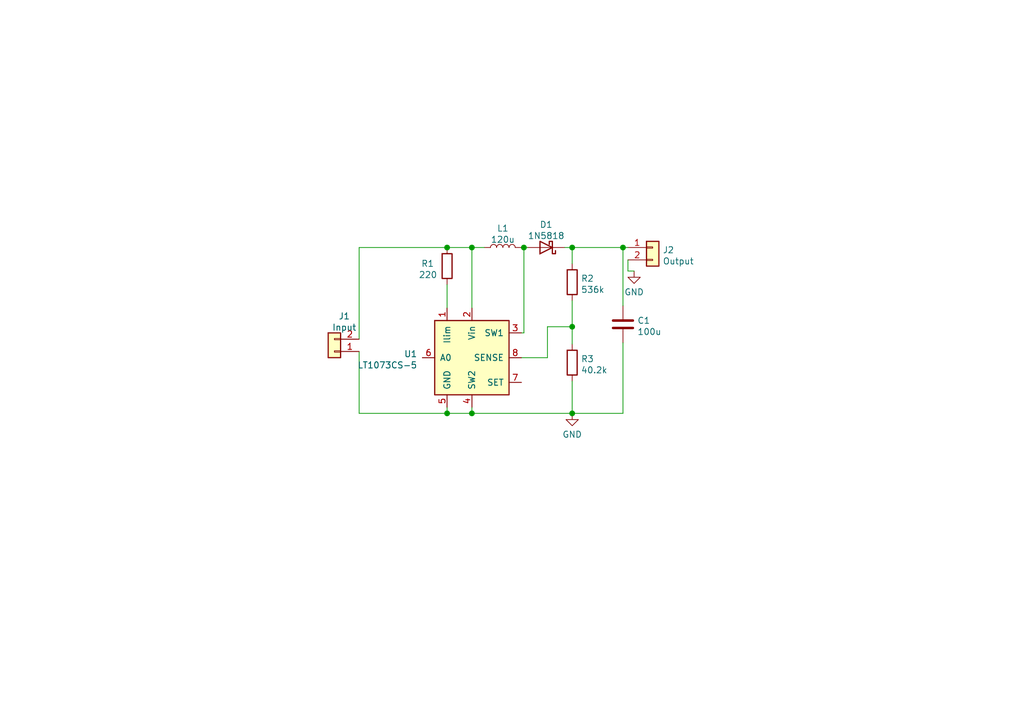
<source format=kicad_sch>
(kicad_sch (version 20211123) (generator eeschema)

  (uuid ea037bcb-3e15-4562-b762-a06246c917a7)

  (paper "A5")

  (lib_symbols
    (symbol "Connector_Generic:Conn_01x02" (pin_names (offset 1.016) hide) (in_bom yes) (on_board yes)
      (property "Reference" "J" (id 0) (at 0 2.54 0)
        (effects (font (size 1.27 1.27)))
      )
      (property "Value" "Conn_01x02" (id 1) (at 0 -5.08 0)
        (effects (font (size 1.27 1.27)))
      )
      (property "Footprint" "" (id 2) (at 0 0 0)
        (effects (font (size 1.27 1.27)) hide)
      )
      (property "Datasheet" "~" (id 3) (at 0 0 0)
        (effects (font (size 1.27 1.27)) hide)
      )
      (property "ki_keywords" "connector" (id 4) (at 0 0 0)
        (effects (font (size 1.27 1.27)) hide)
      )
      (property "ki_description" "Generic connector, single row, 01x02, script generated (kicad-library-utils/schlib/autogen/connector/)" (id 5) (at 0 0 0)
        (effects (font (size 1.27 1.27)) hide)
      )
      (property "ki_fp_filters" "Connector*:*_1x??_*" (id 6) (at 0 0 0)
        (effects (font (size 1.27 1.27)) hide)
      )
      (symbol "Conn_01x02_1_1"
        (rectangle (start -1.27 -2.413) (end 0 -2.667)
          (stroke (width 0.1524) (type default) (color 0 0 0 0))
          (fill (type none))
        )
        (rectangle (start -1.27 0.127) (end 0 -0.127)
          (stroke (width 0.1524) (type default) (color 0 0 0 0))
          (fill (type none))
        )
        (rectangle (start -1.27 1.27) (end 1.27 -3.81)
          (stroke (width 0.254) (type default) (color 0 0 0 0))
          (fill (type background))
        )
        (pin passive line (at -5.08 0 0) (length 3.81)
          (name "Pin_1" (effects (font (size 1.27 1.27))))
          (number "1" (effects (font (size 1.27 1.27))))
        )
        (pin passive line (at -5.08 -2.54 0) (length 3.81)
          (name "Pin_2" (effects (font (size 1.27 1.27))))
          (number "2" (effects (font (size 1.27 1.27))))
        )
      )
    )
    (symbol "Device:C" (pin_numbers hide) (pin_names (offset 0.254)) (in_bom yes) (on_board yes)
      (property "Reference" "C" (id 0) (at 0.635 2.54 0)
        (effects (font (size 1.27 1.27)) (justify left))
      )
      (property "Value" "C" (id 1) (at 0.635 -2.54 0)
        (effects (font (size 1.27 1.27)) (justify left))
      )
      (property "Footprint" "" (id 2) (at 0.9652 -3.81 0)
        (effects (font (size 1.27 1.27)) hide)
      )
      (property "Datasheet" "~" (id 3) (at 0 0 0)
        (effects (font (size 1.27 1.27)) hide)
      )
      (property "ki_keywords" "cap capacitor" (id 4) (at 0 0 0)
        (effects (font (size 1.27 1.27)) hide)
      )
      (property "ki_description" "Unpolarized capacitor" (id 5) (at 0 0 0)
        (effects (font (size 1.27 1.27)) hide)
      )
      (property "ki_fp_filters" "C_*" (id 6) (at 0 0 0)
        (effects (font (size 1.27 1.27)) hide)
      )
      (symbol "C_0_1"
        (polyline
          (pts
            (xy -2.032 -0.762)
            (xy 2.032 -0.762)
          )
          (stroke (width 0.508) (type default) (color 0 0 0 0))
          (fill (type none))
        )
        (polyline
          (pts
            (xy -2.032 0.762)
            (xy 2.032 0.762)
          )
          (stroke (width 0.508) (type default) (color 0 0 0 0))
          (fill (type none))
        )
      )
      (symbol "C_1_1"
        (pin passive line (at 0 3.81 270) (length 2.794)
          (name "~" (effects (font (size 1.27 1.27))))
          (number "1" (effects (font (size 1.27 1.27))))
        )
        (pin passive line (at 0 -3.81 90) (length 2.794)
          (name "~" (effects (font (size 1.27 1.27))))
          (number "2" (effects (font (size 1.27 1.27))))
        )
      )
    )
    (symbol "Device:L" (pin_numbers hide) (pin_names (offset 1.016) hide) (in_bom yes) (on_board yes)
      (property "Reference" "L" (id 0) (at -1.27 0 90)
        (effects (font (size 1.27 1.27)))
      )
      (property "Value" "L" (id 1) (at 1.905 0 90)
        (effects (font (size 1.27 1.27)))
      )
      (property "Footprint" "" (id 2) (at 0 0 0)
        (effects (font (size 1.27 1.27)) hide)
      )
      (property "Datasheet" "~" (id 3) (at 0 0 0)
        (effects (font (size 1.27 1.27)) hide)
      )
      (property "ki_keywords" "inductor choke coil reactor magnetic" (id 4) (at 0 0 0)
        (effects (font (size 1.27 1.27)) hide)
      )
      (property "ki_description" "Inductor" (id 5) (at 0 0 0)
        (effects (font (size 1.27 1.27)) hide)
      )
      (property "ki_fp_filters" "Choke_* *Coil* Inductor_* L_*" (id 6) (at 0 0 0)
        (effects (font (size 1.27 1.27)) hide)
      )
      (symbol "L_0_1"
        (arc (start 0 -2.54) (mid 0.635 -1.905) (end 0 -1.27)
          (stroke (width 0) (type default) (color 0 0 0 0))
          (fill (type none))
        )
        (arc (start 0 -1.27) (mid 0.635 -0.635) (end 0 0)
          (stroke (width 0) (type default) (color 0 0 0 0))
          (fill (type none))
        )
        (arc (start 0 0) (mid 0.635 0.635) (end 0 1.27)
          (stroke (width 0) (type default) (color 0 0 0 0))
          (fill (type none))
        )
        (arc (start 0 1.27) (mid 0.635 1.905) (end 0 2.54)
          (stroke (width 0) (type default) (color 0 0 0 0))
          (fill (type none))
        )
      )
      (symbol "L_1_1"
        (pin passive line (at 0 3.81 270) (length 1.27)
          (name "1" (effects (font (size 1.27 1.27))))
          (number "1" (effects (font (size 1.27 1.27))))
        )
        (pin passive line (at 0 -3.81 90) (length 1.27)
          (name "2" (effects (font (size 1.27 1.27))))
          (number "2" (effects (font (size 1.27 1.27))))
        )
      )
    )
    (symbol "Device:R" (pin_numbers hide) (pin_names (offset 0)) (in_bom yes) (on_board yes)
      (property "Reference" "R" (id 0) (at 2.032 0 90)
        (effects (font (size 1.27 1.27)))
      )
      (property "Value" "R" (id 1) (at 0 0 90)
        (effects (font (size 1.27 1.27)))
      )
      (property "Footprint" "" (id 2) (at -1.778 0 90)
        (effects (font (size 1.27 1.27)) hide)
      )
      (property "Datasheet" "~" (id 3) (at 0 0 0)
        (effects (font (size 1.27 1.27)) hide)
      )
      (property "ki_keywords" "R res resistor" (id 4) (at 0 0 0)
        (effects (font (size 1.27 1.27)) hide)
      )
      (property "ki_description" "Resistor" (id 5) (at 0 0 0)
        (effects (font (size 1.27 1.27)) hide)
      )
      (property "ki_fp_filters" "R_*" (id 6) (at 0 0 0)
        (effects (font (size 1.27 1.27)) hide)
      )
      (symbol "R_0_1"
        (rectangle (start -1.016 -2.54) (end 1.016 2.54)
          (stroke (width 0.254) (type default) (color 0 0 0 0))
          (fill (type none))
        )
      )
      (symbol "R_1_1"
        (pin passive line (at 0 3.81 270) (length 1.27)
          (name "~" (effects (font (size 1.27 1.27))))
          (number "1" (effects (font (size 1.27 1.27))))
        )
        (pin passive line (at 0 -3.81 90) (length 1.27)
          (name "~" (effects (font (size 1.27 1.27))))
          (number "2" (effects (font (size 1.27 1.27))))
        )
      )
    )
    (symbol "Diode:1N5818" (pin_numbers hide) (pin_names (offset 1.016) hide) (in_bom yes) (on_board yes)
      (property "Reference" "D" (id 0) (at 0 2.54 0)
        (effects (font (size 1.27 1.27)))
      )
      (property "Value" "1N5818" (id 1) (at 0 -2.54 0)
        (effects (font (size 1.27 1.27)))
      )
      (property "Footprint" "Diode_THT:D_DO-41_SOD81_P10.16mm_Horizontal" (id 2) (at 0 -4.445 0)
        (effects (font (size 1.27 1.27)) hide)
      )
      (property "Datasheet" "http://www.vishay.com/docs/88525/1n5817.pdf" (id 3) (at 0 0 0)
        (effects (font (size 1.27 1.27)) hide)
      )
      (property "ki_keywords" "diode Schottky" (id 4) (at 0 0 0)
        (effects (font (size 1.27 1.27)) hide)
      )
      (property "ki_description" "30V 1A Schottky Barrier Rectifier Diode, DO-41" (id 5) (at 0 0 0)
        (effects (font (size 1.27 1.27)) hide)
      )
      (property "ki_fp_filters" "D*DO?41*" (id 6) (at 0 0 0)
        (effects (font (size 1.27 1.27)) hide)
      )
      (symbol "1N5818_0_1"
        (polyline
          (pts
            (xy 1.27 0)
            (xy -1.27 0)
          )
          (stroke (width 0) (type default) (color 0 0 0 0))
          (fill (type none))
        )
        (polyline
          (pts
            (xy 1.27 1.27)
            (xy 1.27 -1.27)
            (xy -1.27 0)
            (xy 1.27 1.27)
          )
          (stroke (width 0.254) (type default) (color 0 0 0 0))
          (fill (type none))
        )
        (polyline
          (pts
            (xy -1.905 0.635)
            (xy -1.905 1.27)
            (xy -1.27 1.27)
            (xy -1.27 -1.27)
            (xy -0.635 -1.27)
            (xy -0.635 -0.635)
          )
          (stroke (width 0.254) (type default) (color 0 0 0 0))
          (fill (type none))
        )
      )
      (symbol "1N5818_1_1"
        (pin passive line (at -3.81 0 0) (length 2.54)
          (name "K" (effects (font (size 1.27 1.27))))
          (number "1" (effects (font (size 1.27 1.27))))
        )
        (pin passive line (at 3.81 0 180) (length 2.54)
          (name "A" (effects (font (size 1.27 1.27))))
          (number "2" (effects (font (size 1.27 1.27))))
        )
      )
    )
    (symbol "Regulator_Switching:LT1073CS-5" (pin_names (offset 1.016)) (in_bom yes) (on_board yes)
      (property "Reference" "U" (id 0) (at 1.27 10.795 0)
        (effects (font (size 1.27 1.27)) (justify left))
      )
      (property "Value" "LT1073CS-5" (id 1) (at 1.27 8.89 0)
        (effects (font (size 1.27 1.27)) (justify left))
      )
      (property "Footprint" "Package_SO:SOIC-8_3.9x4.9mm_P1.27mm" (id 2) (at 1.27 -8.89 0)
        (effects (font (size 1.27 1.27)) (justify left) hide)
      )
      (property "Datasheet" "https://www.analog.com/media/en/technical-documentation/data-sheets/1073fa.pdf" (id 3) (at -5.08 15.24 0)
        (effects (font (size 1.27 1.27)) hide)
      )
      (property "ki_keywords" "Micropower DC/DC Converter" (id 4) (at 0 0 0)
        (effects (font (size 1.27 1.27)) hide)
      )
      (property "ki_description" "Micropower DC/DC Converter, Fixed 5V Output Voltage, SO-8" (id 5) (at 0 0 0)
        (effects (font (size 1.27 1.27)) hide)
      )
      (property "ki_fp_filters" "SOIC*3.9x4.9mm*P1.27mm*" (id 6) (at 0 0 0)
        (effects (font (size 1.27 1.27)) hide)
      )
      (symbol "LT1073CS-5_0_1"
        (rectangle (start -7.62 7.62) (end 7.62 -7.62)
          (stroke (width 0.254) (type default) (color 0 0 0 0))
          (fill (type background))
        )
      )
      (symbol "LT1073CS-5_1_1"
        (pin input line (at -5.08 10.16 270) (length 2.54)
          (name "Ilim" (effects (font (size 1.27 1.27))))
          (number "1" (effects (font (size 1.27 1.27))))
        )
        (pin power_in line (at 0 10.16 270) (length 2.54)
          (name "Vin" (effects (font (size 1.27 1.27))))
          (number "2" (effects (font (size 1.27 1.27))))
        )
        (pin input line (at 10.16 5.08 180) (length 2.54)
          (name "SW1" (effects (font (size 1.27 1.27))))
          (number "3" (effects (font (size 1.27 1.27))))
        )
        (pin input line (at 0 -10.16 90) (length 2.54)
          (name "SW2" (effects (font (size 1.27 1.27))))
          (number "4" (effects (font (size 1.27 1.27))))
        )
        (pin power_in line (at -5.08 -10.16 90) (length 2.54)
          (name "GND" (effects (font (size 1.27 1.27))))
          (number "5" (effects (font (size 1.27 1.27))))
        )
        (pin output line (at -10.16 0 0) (length 2.54)
          (name "A0" (effects (font (size 1.27 1.27))))
          (number "6" (effects (font (size 1.27 1.27))))
        )
        (pin input line (at 10.16 -5.08 180) (length 2.54)
          (name "SET" (effects (font (size 1.27 1.27))))
          (number "7" (effects (font (size 1.27 1.27))))
        )
        (pin input line (at 10.16 0 180) (length 2.54)
          (name "SENSE" (effects (font (size 1.27 1.27))))
          (number "8" (effects (font (size 1.27 1.27))))
        )
      )
    )
    (symbol "power:GND" (power) (pin_names (offset 0)) (in_bom yes) (on_board yes)
      (property "Reference" "#PWR" (id 0) (at 0 -6.35 0)
        (effects (font (size 1.27 1.27)) hide)
      )
      (property "Value" "GND" (id 1) (at 0 -3.81 0)
        (effects (font (size 1.27 1.27)))
      )
      (property "Footprint" "" (id 2) (at 0 0 0)
        (effects (font (size 1.27 1.27)) hide)
      )
      (property "Datasheet" "" (id 3) (at 0 0 0)
        (effects (font (size 1.27 1.27)) hide)
      )
      (property "ki_keywords" "power-flag" (id 4) (at 0 0 0)
        (effects (font (size 1.27 1.27)) hide)
      )
      (property "ki_description" "Power symbol creates a global label with name \"GND\" , ground" (id 5) (at 0 0 0)
        (effects (font (size 1.27 1.27)) hide)
      )
      (symbol "GND_0_1"
        (polyline
          (pts
            (xy 0 0)
            (xy 0 -1.27)
            (xy 1.27 -1.27)
            (xy 0 -2.54)
            (xy -1.27 -1.27)
            (xy 0 -1.27)
          )
          (stroke (width 0) (type default) (color 0 0 0 0))
          (fill (type none))
        )
      )
      (symbol "GND_1_1"
        (pin power_in line (at 0 0 270) (length 0) hide
          (name "GND" (effects (font (size 1.27 1.27))))
          (number "1" (effects (font (size 1.27 1.27))))
        )
      )
    )
  )

  (junction (at 127.762 50.8) (diameter 1.016) (color 0 0 0 0)
    (uuid 22c28634-55a5-4f76-9217-6b70ddd108b8)
  )
  (junction (at 91.694 50.8) (diameter 1.016) (color 0 0 0 0)
    (uuid 234e1024-0b7f-410c-90bb-bae43af1eb25)
  )
  (junction (at 117.348 50.8) (diameter 1.016) (color 0 0 0 0)
    (uuid 3335d379-08d8-4469-9fa1-495ed5a43fba)
  )
  (junction (at 117.348 84.836) (diameter 1.016) (color 0 0 0 0)
    (uuid 4d2fd49e-2cb2-44d4-8935-68488970d97b)
  )
  (junction (at 107.442 50.8) (diameter 1.016) (color 0 0 0 0)
    (uuid 9640e044-e4b2-4c33-9e1c-1d9894a69337)
  )
  (junction (at 96.774 50.8) (diameter 1.016) (color 0 0 0 0)
    (uuid e0b0947e-ec91-4d8a-8663-5a112b0a8541)
  )
  (junction (at 117.348 67.056) (diameter 1.016) (color 0 0 0 0)
    (uuid f220d6a7-3170-4e04-8de6-2df0c3962fe0)
  )
  (junction (at 91.694 84.836) (diameter 1.016) (color 0 0 0 0)
    (uuid fcfb3f77-487d-44de-bd4e-948fbeca3220)
  )
  (junction (at 96.774 84.836) (diameter 1.016) (color 0 0 0 0)
    (uuid fd29cce5-2d5d-4676-956a-df49a3c13d23)
  )

  (wire (pts (xy 107.442 50.8) (xy 107.442 68.326))
    (stroke (width 0) (type solid) (color 0 0 0 0))
    (uuid 02437cbf-c097-47bb-b216-61c72af9e138)
  )
  (wire (pts (xy 107.442 68.326) (xy 106.934 68.326))
    (stroke (width 0) (type solid) (color 0 0 0 0))
    (uuid 02437cbf-c097-47bb-b216-61c72af9e139)
  )
  (wire (pts (xy 117.348 50.8) (xy 127.762 50.8))
    (stroke (width 0) (type solid) (color 0 0 0 0))
    (uuid 1ed97dc9-4ea2-4974-966e-37e198cfa17b)
  )
  (wire (pts (xy 127.762 50.8) (xy 127.762 62.738))
    (stroke (width 0) (type solid) (color 0 0 0 0))
    (uuid 1ed97dc9-4ea2-4974-966e-37e198cfa17c)
  )
  (wire (pts (xy 91.694 58.42) (xy 91.694 63.246))
    (stroke (width 0) (type solid) (color 0 0 0 0))
    (uuid 21954f06-5557-4907-872f-54cb30e5eb8e)
  )
  (wire (pts (xy 96.774 83.566) (xy 96.774 84.836))
    (stroke (width 0) (type solid) (color 0 0 0 0))
    (uuid 25e57f83-0186-4a23-8880-78b5bc14e05d)
  )
  (wire (pts (xy 96.774 84.836) (xy 91.694 84.836))
    (stroke (width 0) (type solid) (color 0 0 0 0))
    (uuid 25e57f83-0186-4a23-8880-78b5bc14e05e)
  )
  (wire (pts (xy 106.934 50.8) (xy 107.442 50.8))
    (stroke (width 0) (type solid) (color 0 0 0 0))
    (uuid 292c5594-8718-41f8-b0d7-8511bf3dfb10)
  )
  (wire (pts (xy 107.442 50.8) (xy 108.204 50.8))
    (stroke (width 0) (type solid) (color 0 0 0 0))
    (uuid 292c5594-8718-41f8-b0d7-8511bf3dfb11)
  )
  (wire (pts (xy 73.66 72.136) (xy 73.66 84.836))
    (stroke (width 0) (type solid) (color 0 0 0 0))
    (uuid 39c53e92-9826-4adc-9eca-ad34c7ff3cae)
  )
  (wire (pts (xy 73.66 84.836) (xy 91.694 84.836))
    (stroke (width 0) (type solid) (color 0 0 0 0))
    (uuid 39c53e92-9826-4adc-9eca-ad34c7ff3caf)
  )
  (wire (pts (xy 91.694 84.836) (xy 91.694 83.566))
    (stroke (width 0) (type solid) (color 0 0 0 0))
    (uuid 39c53e92-9826-4adc-9eca-ad34c7ff3cb0)
  )
  (wire (pts (xy 73.66 50.8) (xy 73.66 69.596))
    (stroke (width 0) (type solid) (color 0 0 0 0))
    (uuid 3bcbe74b-cfd7-4dfd-9d7b-52f7b3f4035d)
  )
  (wire (pts (xy 91.694 50.8) (xy 73.66 50.8))
    (stroke (width 0) (type solid) (color 0 0 0 0))
    (uuid 3bcbe74b-cfd7-4dfd-9d7b-52f7b3f4035e)
  )
  (wire (pts (xy 96.774 50.8) (xy 99.314 50.8))
    (stroke (width 0) (type solid) (color 0 0 0 0))
    (uuid 4d023d92-4b3f-42e3-a938-b08356547e36)
  )
  (wire (pts (xy 117.348 61.722) (xy 117.348 67.056))
    (stroke (width 0) (type solid) (color 0 0 0 0))
    (uuid a201c161-2adb-4f93-a93c-828ea0a4d7be)
  )
  (wire (pts (xy 117.348 67.056) (xy 117.348 70.612))
    (stroke (width 0) (type solid) (color 0 0 0 0))
    (uuid a201c161-2adb-4f93-a93c-828ea0a4d7bf)
  )
  (wire (pts (xy 117.348 84.836) (xy 127.762 84.836))
    (stroke (width 0) (type solid) (color 0 0 0 0))
    (uuid b2fb7fc0-fc14-45d2-b917-9dc8d5049b99)
  )
  (wire (pts (xy 127.762 84.836) (xy 127.762 70.358))
    (stroke (width 0) (type solid) (color 0 0 0 0))
    (uuid b2fb7fc0-fc14-45d2-b917-9dc8d5049b9a)
  )
  (wire (pts (xy 106.934 73.406) (xy 112.268 73.406))
    (stroke (width 0) (type solid) (color 0 0 0 0))
    (uuid bef0b7c9-9e23-4936-b0de-7fe05d132ec6)
  )
  (wire (pts (xy 112.268 67.056) (xy 117.348 67.056))
    (stroke (width 0) (type solid) (color 0 0 0 0))
    (uuid bef0b7c9-9e23-4936-b0de-7fe05d132ec7)
  )
  (wire (pts (xy 112.268 73.406) (xy 112.268 67.056))
    (stroke (width 0) (type solid) (color 0 0 0 0))
    (uuid bef0b7c9-9e23-4936-b0de-7fe05d132ec8)
  )
  (wire (pts (xy 96.774 50.8) (xy 91.694 50.8))
    (stroke (width 0) (type solid) (color 0 0 0 0))
    (uuid cd114e0a-dcea-4ea3-82a3-be972d153abe)
  )
  (wire (pts (xy 96.774 63.246) (xy 96.774 50.8))
    (stroke (width 0) (type solid) (color 0 0 0 0))
    (uuid cd114e0a-dcea-4ea3-82a3-be972d153abf)
  )
  (wire (pts (xy 128.778 53.34) (xy 128.778 55.626))
    (stroke (width 0) (type solid) (color 0 0 0 0))
    (uuid cd42438f-4750-4501-983d-1c1f0dd79686)
  )
  (wire (pts (xy 128.778 55.626) (xy 130.048 55.626))
    (stroke (width 0) (type solid) (color 0 0 0 0))
    (uuid cd42438f-4750-4501-983d-1c1f0dd79687)
  )
  (wire (pts (xy 115.824 50.8) (xy 117.348 50.8))
    (stroke (width 0) (type solid) (color 0 0 0 0))
    (uuid e0daef70-fcfb-4279-83db-1bdd819503e7)
  )
  (wire (pts (xy 117.348 50.8) (xy 117.348 54.102))
    (stroke (width 0) (type solid) (color 0 0 0 0))
    (uuid e0daef70-fcfb-4279-83db-1bdd819503e8)
  )
  (wire (pts (xy 127.762 50.8) (xy 128.778 50.8))
    (stroke (width 0) (type solid) (color 0 0 0 0))
    (uuid effc5908-da0a-4095-8b0f-c857b6bfa7f1)
  )
  (wire (pts (xy 96.774 84.836) (xy 117.348 84.836))
    (stroke (width 0) (type solid) (color 0 0 0 0))
    (uuid f1d49664-f3ff-4335-895c-7f545107d182)
  )
  (wire (pts (xy 117.348 84.836) (xy 117.348 78.232))
    (stroke (width 0) (type solid) (color 0 0 0 0))
    (uuid f1d49664-f3ff-4335-895c-7f545107d183)
  )

  (symbol (lib_id "Device:R") (at 91.694 54.61 0) (unit 1)
    (in_bom yes) (on_board yes)
    (uuid 15b1fcf3-5c9c-4079-8450-f4ecf2b06732)
    (property "Reference" "R1" (id 0) (at 86.3601 54.1031 0)
      (effects (font (size 1.27 1.27)) (justify left))
    )
    (property "Value" "220" (id 1) (at 85.8521 56.4018 0)
      (effects (font (size 1.27 1.27)) (justify left))
    )
    (property "Footprint" "Dolby:R_Axial_DIN0207_L6.3mm_D2.5mm_P7.62mm_Horizontal" (id 2) (at 89.916 54.61 90)
      (effects (font (size 1.27 1.27)) hide)
    )
    (property "Datasheet" "~" (id 3) (at 91.694 54.61 0)
      (effects (font (size 1.27 1.27)) hide)
    )
    (pin "1" (uuid 62ed261c-3c04-419c-8654-71d5de025dd0))
    (pin "2" (uuid 49119371-80b1-4576-af4c-fb535378cbb5))
  )

  (symbol (lib_id "Connector_Generic:Conn_01x02") (at 133.858 50.8 0) (unit 1)
    (in_bom yes) (on_board yes) (fields_autoplaced)
    (uuid 2e9cb889-be83-462a-bbbb-bed6dcf23c1c)
    (property "Reference" "J2" (id 0) (at 135.8901 51.3091 0)
      (effects (font (size 1.27 1.27)) (justify left))
    )
    (property "Value" "Output" (id 1) (at 135.8901 53.6078 0)
      (effects (font (size 1.27 1.27)) (justify left))
    )
    (property "Footprint" "Connector_PinHeader_2.54mm:PinHeader_1x02_P2.54mm_Vertical" (id 2) (at 133.858 50.8 0)
      (effects (font (size 1.27 1.27)) hide)
    )
    (property "Datasheet" "~" (id 3) (at 133.858 50.8 0)
      (effects (font (size 1.27 1.27)) hide)
    )
    (pin "1" (uuid 395c67d6-9121-4da1-aba8-1347924f04a2))
    (pin "2" (uuid 8088ae5d-bf3b-41f4-892d-8b1958aef509))
  )

  (symbol (lib_id "power:GND") (at 130.048 55.626 0) (unit 1)
    (in_bom yes) (on_board yes) (fields_autoplaced)
    (uuid 38ef0db0-79b5-4f39-af84-1ea803aa726d)
    (property "Reference" "#PWR02" (id 0) (at 130.048 61.976 0)
      (effects (font (size 1.27 1.27)) hide)
    )
    (property "Value" "GND" (id 1) (at 130.048 59.9504 0))
    (property "Footprint" "" (id 2) (at 130.048 55.626 0)
      (effects (font (size 1.27 1.27)) hide)
    )
    (property "Datasheet" "" (id 3) (at 130.048 55.626 0)
      (effects (font (size 1.27 1.27)) hide)
    )
    (pin "1" (uuid 9cdb9061-6092-4b43-8198-b87a29d9be95))
  )

  (symbol (lib_id "Device:R") (at 117.348 74.422 0) (unit 1)
    (in_bom yes) (on_board yes) (fields_autoplaced)
    (uuid 58ebb417-42d6-4654-a1eb-066e8d07990e)
    (property "Reference" "R3" (id 0) (at 119.1261 73.6611 0)
      (effects (font (size 1.27 1.27)) (justify left))
    )
    (property "Value" "40.2k" (id 1) (at 119.1261 75.9598 0)
      (effects (font (size 1.27 1.27)) (justify left))
    )
    (property "Footprint" "Dolby:R_Axial_DIN0207_L6.3mm_D2.5mm_P7.62mm_Horizontal" (id 2) (at 115.57 74.422 90)
      (effects (font (size 1.27 1.27)) hide)
    )
    (property "Datasheet" "~" (id 3) (at 117.348 74.422 0)
      (effects (font (size 1.27 1.27)) hide)
    )
    (pin "1" (uuid fd98e59b-1f30-41a1-a0d9-c0088bf3d5ac))
    (pin "2" (uuid 21665996-f4fb-4c06-813a-07595183ff53))
  )

  (symbol (lib_id "Regulator_Switching:LT1073CS-5") (at 96.774 73.406 0) (unit 1)
    (in_bom yes) (on_board yes) (fields_autoplaced)
    (uuid 6a716e82-b82d-418d-ac72-6e1d3ed9c092)
    (property "Reference" "U1" (id 0) (at 85.5979 72.6451 0)
      (effects (font (size 1.27 1.27)) (justify right))
    )
    (property "Value" "LT1073CS-5" (id 1) (at 85.5979 74.9438 0)
      (effects (font (size 1.27 1.27)) (justify right))
    )
    (property "Footprint" "Package_SO:SOIC-8_3.9x4.9mm_P1.27mm" (id 2) (at 98.044 82.296 0)
      (effects (font (size 1.27 1.27)) (justify left) hide)
    )
    (property "Datasheet" "" (id 3) (at 91.694 58.166 0)
      (effects (font (size 1.27 1.27)) hide)
    )
    (property "manf#" "" (id 4) (at 96.774 73.406 0)
      (effects (font (size 1.27 1.27)) hide)
    )
    (pin "1" (uuid 14c41241-d1c8-4eca-8a5e-bff81e7dc1f4))
    (pin "2" (uuid 44b641e1-8d25-4d7b-8c7b-26997d3406e5))
    (pin "3" (uuid bcd7743c-5437-4944-881f-564b17b41e21))
    (pin "4" (uuid 8a13104a-9263-45a4-abed-d3df9b1c3845))
    (pin "5" (uuid c462d9ec-4ba4-4b9a-bab6-856b2507df97))
    (pin "6" (uuid 19f98ae0-4f73-44c0-9298-07ad4b5c1285))
    (pin "7" (uuid b06bc636-8e54-448f-9559-894900909b2a))
    (pin "8" (uuid 5cdeb351-b465-4b55-9ffb-e8ff1e225918))
  )

  (symbol (lib_id "Diode:1N5818") (at 112.014 50.8 180) (unit 1)
    (in_bom yes) (on_board yes) (fields_autoplaced)
    (uuid 93d85aa9-234c-4016-b006-687de2987b1f)
    (property "Reference" "D1" (id 0) (at 112.014 46.0968 0))
    (property "Value" "1N5818" (id 1) (at 112.014 48.3955 0))
    (property "Footprint" "Diode_THT:D_DO-41_SOD81_P10.16mm_Horizontal" (id 2) (at 112.014 46.355 0)
      (effects (font (size 1.27 1.27)) hide)
    )
    (property "Datasheet" "" (id 3) (at 112.014 50.8 0)
      (effects (font (size 1.27 1.27)) hide)
    )
    (property "manf#" "1N5818" (id 4) (at 112.014 50.8 0)
      (effects (font (size 1.27 1.27)) hide)
    )
    (pin "1" (uuid 3ee3d176-6c17-4757-bdef-b57377cbb792))
    (pin "2" (uuid 0116f8bb-1cb3-46a1-bad8-f90c79b21b16))
  )

  (symbol (lib_id "Connector_Generic:Conn_01x02") (at 68.58 72.136 180) (unit 1)
    (in_bom yes) (on_board yes) (fields_autoplaced)
    (uuid b9a0408a-a280-4b99-b124-28e9627ad20a)
    (property "Reference" "J1" (id 0) (at 70.612 64.8928 0))
    (property "Value" "Input" (id 1) (at 70.612 67.1915 0))
    (property "Footprint" "Connector_PinHeader_2.54mm:PinHeader_1x02_P2.54mm_Vertical" (id 2) (at 68.58 72.136 0)
      (effects (font (size 1.27 1.27)) hide)
    )
    (property "Datasheet" "~" (id 3) (at 68.58 72.136 0)
      (effects (font (size 1.27 1.27)) hide)
    )
    (pin "1" (uuid a76fa1a9-9163-405a-a2cf-be853d5c0db5))
    (pin "2" (uuid 4fc17198-9620-4f9f-80fb-2990af62de62))
  )

  (symbol (lib_id "Device:L") (at 103.124 50.8 90) (unit 1)
    (in_bom yes) (on_board yes) (fields_autoplaced)
    (uuid ca2de0a0-48a0-41cf-bfb6-801e41f83a62)
    (property "Reference" "L1" (id 0) (at 103.124 46.8588 90))
    (property "Value" "120u" (id 1) (at 103.124 49.1575 90))
    (property "Footprint" "Dolby:R_Axial_DIN0207_L6.3mm_D2.5mm_P7.62mm_Horizontal" (id 2) (at 103.124 50.8 0)
      (effects (font (size 1.27 1.27)) hide)
    )
    (property "Datasheet" "~" (id 3) (at 103.124 50.8 0)
      (effects (font (size 1.27 1.27)) hide)
    )
    (pin "1" (uuid cfcfec9c-f7ba-4376-9cd2-284a45b7292d))
    (pin "2" (uuid 47a61a57-be3d-4842-9715-23eb2e91aa74))
  )

  (symbol (lib_id "power:GND") (at 117.348 84.836 0) (unit 1)
    (in_bom yes) (on_board yes) (fields_autoplaced)
    (uuid da688d39-dade-425b-bf27-9f06d59b0274)
    (property "Reference" "#PWR01" (id 0) (at 117.348 91.186 0)
      (effects (font (size 1.27 1.27)) hide)
    )
    (property "Value" "GND" (id 1) (at 117.348 89.1604 0))
    (property "Footprint" "" (id 2) (at 117.348 84.836 0)
      (effects (font (size 1.27 1.27)) hide)
    )
    (property "Datasheet" "" (id 3) (at 117.348 84.836 0)
      (effects (font (size 1.27 1.27)) hide)
    )
    (pin "1" (uuid 8a078cfa-3bca-4c84-9d79-c733ea5e06c7))
  )

  (symbol (lib_id "Device:C") (at 127.762 66.548 0) (unit 1)
    (in_bom yes) (on_board yes) (fields_autoplaced)
    (uuid e082d8da-3c22-4194-b3bd-e3c309620382)
    (property "Reference" "C1" (id 0) (at 130.6831 65.7871 0)
      (effects (font (size 1.27 1.27)) (justify left))
    )
    (property "Value" "100u" (id 1) (at 130.6831 68.0858 0)
      (effects (font (size 1.27 1.27)) (justify left))
    )
    (property "Footprint" "Dolby:CP_Radial_D8.0mm_P5.00mm" (id 2) (at 128.7272 70.358 0)
      (effects (font (size 1.27 1.27)) hide)
    )
    (property "Datasheet" "" (id 3) (at 127.762 66.548 0)
      (effects (font (size 1.27 1.27)) hide)
    )
    (property "manf#" "" (id 4) (at 127.762 66.548 0)
      (effects (font (size 1.27 1.27)) hide)
    )
    (pin "1" (uuid 8cdd94ef-e628-4d1e-9a09-50bb4fc1f647))
    (pin "2" (uuid 5579f4fb-e065-4feb-b7df-cd1543482b74))
  )

  (symbol (lib_id "Device:R") (at 117.348 57.912 180) (unit 1)
    (in_bom yes) (on_board yes) (fields_autoplaced)
    (uuid e7489571-67d2-493d-a63b-38511b5057b6)
    (property "Reference" "R2" (id 0) (at 119.1261 57.1511 0)
      (effects (font (size 1.27 1.27)) (justify right))
    )
    (property "Value" "536k" (id 1) (at 119.1261 59.4498 0)
      (effects (font (size 1.27 1.27)) (justify right))
    )
    (property "Footprint" "Dolby:R_Axial_DIN0207_L6.3mm_D2.5mm_P7.62mm_Horizontal" (id 2) (at 119.126 57.912 90)
      (effects (font (size 1.27 1.27)) hide)
    )
    (property "Datasheet" "~" (id 3) (at 117.348 57.912 0)
      (effects (font (size 1.27 1.27)) hide)
    )
    (pin "1" (uuid 528b80a3-10c0-445b-9989-1c04baad2637))
    (pin "2" (uuid 6965b4f6-c69e-4a19-be7c-00bb5c96ac4a))
  )

  (sheet_instances
    (path "/" (page "1"))
  )

  (symbol_instances
    (path "/da688d39-dade-425b-bf27-9f06d59b0274"
      (reference "#PWR01") (unit 1) (value "GND") (footprint "")
    )
    (path "/38ef0db0-79b5-4f39-af84-1ea803aa726d"
      (reference "#PWR02") (unit 1) (value "GND") (footprint "")
    )
    (path "/e082d8da-3c22-4194-b3bd-e3c309620382"
      (reference "C1") (unit 1) (value "100u") (footprint "Dolby:CP_Radial_D8.0mm_P5.00mm")
    )
    (path "/93d85aa9-234c-4016-b006-687de2987b1f"
      (reference "D1") (unit 1) (value "1N5818") (footprint "Diode_THT:D_DO-41_SOD81_P10.16mm_Horizontal")
    )
    (path "/b9a0408a-a280-4b99-b124-28e9627ad20a"
      (reference "J1") (unit 1) (value "Input") (footprint "Connector_PinHeader_2.54mm:PinHeader_1x02_P2.54mm_Vertical")
    )
    (path "/2e9cb889-be83-462a-bbbb-bed6dcf23c1c"
      (reference "J2") (unit 1) (value "Output") (footprint "Connector_PinHeader_2.54mm:PinHeader_1x02_P2.54mm_Vertical")
    )
    (path "/ca2de0a0-48a0-41cf-bfb6-801e41f83a62"
      (reference "L1") (unit 1) (value "120u") (footprint "Dolby:R_Axial_DIN0207_L6.3mm_D2.5mm_P7.62mm_Horizontal")
    )
    (path "/15b1fcf3-5c9c-4079-8450-f4ecf2b06732"
      (reference "R1") (unit 1) (value "220") (footprint "Dolby:R_Axial_DIN0207_L6.3mm_D2.5mm_P7.62mm_Horizontal")
    )
    (path "/e7489571-67d2-493d-a63b-38511b5057b6"
      (reference "R2") (unit 1) (value "536k") (footprint "Dolby:R_Axial_DIN0207_L6.3mm_D2.5mm_P7.62mm_Horizontal")
    )
    (path "/58ebb417-42d6-4654-a1eb-066e8d07990e"
      (reference "R3") (unit 1) (value "40.2k") (footprint "Dolby:R_Axial_DIN0207_L6.3mm_D2.5mm_P7.62mm_Horizontal")
    )
    (path "/6a716e82-b82d-418d-ac72-6e1d3ed9c092"
      (reference "U1") (unit 1) (value "LT1073CS-5") (footprint "Package_SO:SOIC-8_3.9x4.9mm_P1.27mm")
    )
  )
)

</source>
